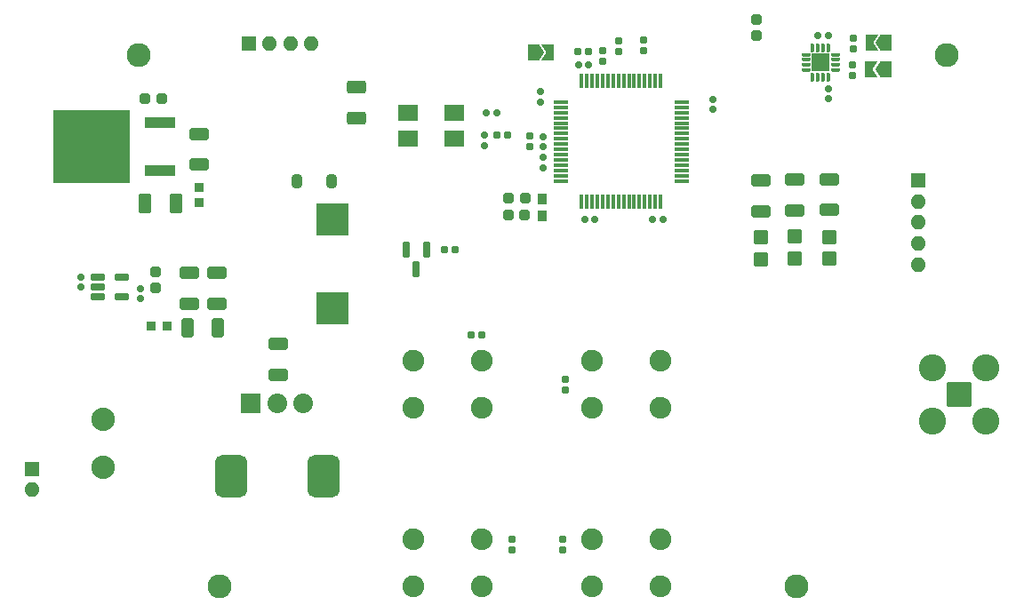
<source format=gbr>
%TF.GenerationSoftware,KiCad,Pcbnew,8.0.6*%
%TF.CreationDate,2025-03-03T18:48:19-05:00*%
%TF.ProjectId,receiver,72656365-6976-4657-922e-6b696361645f,rev?*%
%TF.SameCoordinates,Original*%
%TF.FileFunction,Soldermask,Top*%
%TF.FilePolarity,Negative*%
%FSLAX46Y46*%
G04 Gerber Fmt 4.6, Leading zero omitted, Abs format (unit mm)*
G04 Created by KiCad (PCBNEW 8.0.6) date 2025-03-03 18:48:19*
%MOMM*%
%LPD*%
G01*
G04 APERTURE LIST*
G04 Aperture macros list*
%AMRoundRect*
0 Rectangle with rounded corners*
0 $1 Rounding radius*
0 $2 $3 $4 $5 $6 $7 $8 $9 X,Y pos of 4 corners*
0 Add a 4 corners polygon primitive as box body*
4,1,4,$2,$3,$4,$5,$6,$7,$8,$9,$2,$3,0*
0 Add four circle primitives for the rounded corners*
1,1,$1+$1,$2,$3*
1,1,$1+$1,$4,$5*
1,1,$1+$1,$6,$7*
1,1,$1+$1,$8,$9*
0 Add four rect primitives between the rounded corners*
20,1,$1+$1,$2,$3,$4,$5,0*
20,1,$1+$1,$4,$5,$6,$7,0*
20,1,$1+$1,$6,$7,$8,$9,0*
20,1,$1+$1,$8,$9,$2,$3,0*%
%AMFreePoly0*
4,1,16,0.526870,0.776870,0.531618,0.771079,1.031618,0.021079,1.037262,-0.007452,1.031618,-0.021079,0.531618,-0.771079,0.507452,-0.787262,0.500000,-0.788000,-0.500000,-0.788000,-0.526870,-0.776870,-0.538000,-0.750000,-0.538000,0.750000,-0.526870,0.776870,-0.500000,0.788000,0.500000,0.788000,0.526870,0.776870,0.526870,0.776870,$1*%
%AMFreePoly1*
4,1,16,0.526870,0.776870,0.538000,0.750000,0.538000,-0.750000,0.526870,-0.776870,0.500000,-0.788000,-0.650000,-0.788000,-0.676870,-0.776870,-0.688000,-0.750000,-0.681618,-0.728921,-0.195670,0.000000,-0.681618,0.728921,-0.687262,0.757452,-0.671079,0.781618,-0.650000,0.788000,0.500000,0.788000,0.526870,0.776870,0.526870,0.776870,$1*%
G04 Aperture macros list end*
%ADD10RoundRect,0.169000X-0.531500X-0.169000X0.531500X-0.169000X0.531500X0.169000X-0.531500X0.169000X0*%
%ADD11RoundRect,0.244000X0.244000X0.269000X-0.244000X0.269000X-0.244000X-0.269000X0.244000X-0.269000X0*%
%ADD12RoundRect,0.159000X-0.159000X-0.189000X0.159000X-0.189000X0.159000X0.189000X-0.159000X0.189000X0*%
%ADD13RoundRect,0.038000X0.355600X-0.127000X0.355600X0.127000X-0.355600X0.127000X-0.355600X-0.127000X0*%
%ADD14RoundRect,0.038000X-0.127000X-0.355600X0.127000X-0.355600X0.127000X0.355600X-0.127000X0.355600X0*%
%ADD15RoundRect,0.038000X-0.838200X-0.838200X0.838200X-0.838200X0.838200X0.838200X-0.838200X0.838200X0*%
%ADD16RoundRect,0.038000X-0.400000X-0.400000X0.400000X-0.400000X0.400000X0.400000X-0.400000X0.400000X0*%
%ADD17RoundRect,0.159000X-0.189000X0.159000X-0.189000X-0.159000X0.189000X-0.159000X0.189000X0.159000X0*%
%ADD18C,2.276000*%
%ADD19FreePoly0,0.000000*%
%ADD20FreePoly1,0.000000*%
%ADD21RoundRect,0.038000X1.500000X-1.500000X1.500000X1.500000X-1.500000X1.500000X-1.500000X-1.500000X0*%
%ADD22RoundRect,0.154000X-0.154000X-0.204000X0.154000X-0.204000X0.154000X0.204000X-0.154000X0.204000X0*%
%ADD23RoundRect,0.038000X-0.675000X-0.675000X0.675000X-0.675000X0.675000X0.675000X-0.675000X0.675000X0*%
%ADD24O,1.426000X1.426000*%
%ADD25RoundRect,0.159000X0.159000X0.189000X-0.159000X0.189000X-0.159000X-0.189000X0.159000X-0.189000X0*%
%ADD26RoundRect,0.038000X0.600000X-0.600000X0.600000X0.600000X-0.600000X0.600000X-0.600000X-0.600000X0*%
%ADD27RoundRect,0.154000X0.204000X-0.154000X0.204000X0.154000X-0.204000X0.154000X-0.204000X-0.154000X0*%
%ADD28RoundRect,0.266889X-0.646111X0.333611X-0.646111X-0.333611X0.646111X-0.333611X0.646111X0.333611X0*%
%ADD29RoundRect,0.159000X0.189000X-0.159000X0.189000X0.159000X-0.189000X0.159000X-0.189000X-0.159000X0*%
%ADD30RoundRect,0.266889X0.646111X-0.333611X0.646111X0.333611X-0.646111X0.333611X-0.646111X-0.333611X0*%
%ADD31RoundRect,0.154000X-0.204000X0.154000X-0.204000X-0.154000X0.204000X-0.154000X0.204000X0.154000X0*%
%ADD32RoundRect,0.266889X0.333611X0.646111X-0.333611X0.646111X-0.333611X-0.646111X0.333611X-0.646111X0*%
%ADD33RoundRect,0.038000X0.675000X-0.675000X0.675000X0.675000X-0.675000X0.675000X-0.675000X-0.675000X0*%
%ADD34RoundRect,0.038000X0.400000X-0.400000X0.400000X0.400000X-0.400000X0.400000X-0.400000X-0.400000X0*%
%ADD35FreePoly0,180.000000*%
%ADD36FreePoly1,180.000000*%
%ADD37RoundRect,0.266521X-0.346479X-0.671479X0.346479X-0.671479X0.346479X0.671479X-0.346479X0.671479X0*%
%ADD38RoundRect,0.244000X-0.244000X-0.394000X0.244000X-0.394000X0.244000X0.394000X-0.244000X0.394000X0*%
%ADD39RoundRect,0.169000X-0.169000X0.606500X-0.169000X-0.606500X0.169000X-0.606500X0.169000X0.606500X0*%
%ADD40RoundRect,0.038000X-0.596900X-0.152400X0.596900X-0.152400X0.596900X0.152400X-0.596900X0.152400X0*%
%ADD41RoundRect,0.038000X0.152400X-0.596900X0.152400X0.596900X-0.152400X0.596900X-0.152400X-0.596900X0*%
%ADD42RoundRect,0.244000X-0.269000X0.244000X-0.269000X-0.244000X0.269000X-0.244000X0.269000X0.244000X0*%
%ADD43RoundRect,0.154000X0.154000X0.204000X-0.154000X0.204000X-0.154000X-0.204000X0.154000X-0.204000X0*%
%ADD44RoundRect,0.206712X-0.981288X0.981288X-0.981288X-0.981288X0.981288X-0.981288X0.981288X0.981288X0*%
%ADD45C,2.576000*%
%ADD46RoundRect,0.266521X-0.671479X0.346479X-0.671479X-0.346479X0.671479X-0.346479X0.671479X0.346479X0*%
%ADD47RoundRect,0.038000X0.400000X-0.500000X0.400000X0.500000X-0.400000X0.500000X-0.400000X-0.500000X0*%
%ADD48RoundRect,0.038000X-0.900000X0.700000X-0.900000X-0.700000X0.900000X-0.700000X0.900000X0.700000X0*%
%ADD49RoundRect,0.038000X1.397000X-0.469900X1.397000X0.469900X-1.397000X0.469900X-1.397000X-0.469900X0*%
%ADD50RoundRect,0.038000X3.619500X-3.416300X3.619500X3.416300X-3.619500X3.416300X-3.619500X-3.416300X0*%
%ADD51RoundRect,0.038000X-0.900000X0.900000X-0.900000X-0.900000X0.900000X-0.900000X0.900000X0.900000X0*%
%ADD52C,1.876000*%
%ADD53RoundRect,0.769000X-0.769000X1.269000X-0.769000X-1.269000X0.769000X-1.269000X0.769000X1.269000X0*%
%ADD54C,2.076000*%
%ADD55C,2.235000*%
G04 APERTURE END LIST*
D10*
%TO.C,U3*%
X108314821Y-98813395D03*
X108314821Y-99763395D03*
X108314821Y-100713395D03*
X110589821Y-100713395D03*
X110589821Y-98813395D03*
%TD*%
D11*
%TO.C,STM_C9*%
X148955222Y-92914887D03*
X147405222Y-92914887D03*
%TD*%
D12*
%TO.C,CSTL_C1*%
X145317302Y-83159773D03*
X146277302Y-83159773D03*
%TD*%
D13*
%TO.C,U4*%
X175719419Y-77623457D03*
X175719419Y-78123458D03*
X175719419Y-78623458D03*
X175719419Y-79123459D03*
D14*
X176366418Y-79770458D03*
X176866419Y-79770458D03*
X177366419Y-79770458D03*
X177866420Y-79770458D03*
D13*
X178513419Y-79123459D03*
X178513419Y-78623458D03*
X178513419Y-78123458D03*
X178513419Y-77623457D03*
D14*
X177866420Y-76976458D03*
X177366419Y-76976458D03*
X176866419Y-76976458D03*
X176366418Y-76976458D03*
D15*
X177116419Y-78373458D03*
%TD*%
D16*
%TO.C,PWR_D2*%
X113353128Y-103519171D03*
X114853128Y-103519171D03*
%TD*%
D17*
%TO.C,PWR_C4*%
X106681187Y-98820277D03*
X106681187Y-99780277D03*
%TD*%
D18*
%TO.C,REF\u002A\u002A*%
X119893173Y-128304555D03*
%TD*%
D19*
%TO.C,JP1*%
X149772192Y-77371319D03*
D20*
X151222192Y-77371319D03*
%TD*%
D21*
%TO.C,BZ1*%
X130649833Y-101763250D03*
X130649833Y-93363250D03*
%TD*%
D22*
%TO.C,BUT_R1*%
X143846547Y-104296696D03*
X144866547Y-104296696D03*
%TD*%
D17*
%TO.C,MLX_C1*%
X177869013Y-80844887D03*
X177869013Y-81804887D03*
%TD*%
D23*
%TO.C,PWR_J1*%
X101999565Y-117092575D03*
D24*
X101999565Y-119092575D03*
%TD*%
D25*
%TO.C,STM_C3*%
X155600749Y-93325498D03*
X154640749Y-93325498D03*
%TD*%
D26*
%TO.C,D3*%
X177972188Y-97094202D03*
X177972188Y-94994202D03*
%TD*%
D25*
%TO.C,STM_C4*%
X162102231Y-93343763D03*
X161142231Y-93343763D03*
%TD*%
D12*
%TO.C,STM_C1*%
X154049054Y-78594732D03*
X155009054Y-78594732D03*
%TD*%
D27*
%TO.C,S_R1*%
X149419988Y-86415667D03*
X149419988Y-85395667D03*
%TD*%
D11*
%TO.C,STM_C8*%
X148964259Y-91320267D03*
X147414259Y-91320267D03*
%TD*%
D28*
%TO.C,LED_R1*%
X171444382Y-89602577D03*
X171444382Y-92527577D03*
%TD*%
D29*
%TO.C,PWR_C5*%
X112305458Y-100875165D03*
X112305458Y-99915165D03*
%TD*%
D28*
%TO.C,PWR_R1*%
X117907483Y-85186988D03*
X117907483Y-88111988D03*
%TD*%
D30*
%TO.C,BUZ_R1*%
X125456681Y-108147091D03*
X125456681Y-105222091D03*
%TD*%
D22*
%TO.C,S_R4*%
X146282778Y-85264942D03*
X147302778Y-85264942D03*
%TD*%
D18*
%TO.C,REF\u002A\u002A*%
X174801556Y-128304555D03*
%TD*%
D17*
%TO.C,S_C10*%
X150667053Y-85425431D03*
X150667053Y-86385431D03*
%TD*%
D31*
%TO.C,I2C_R2*%
X160300519Y-76238048D03*
X160300519Y-77258048D03*
%TD*%
D32*
%TO.C,PWR_R4*%
X119727314Y-103633713D03*
X116802314Y-103633713D03*
%TD*%
D31*
%TO.C,STM_R2*%
X156380150Y-77268722D03*
X156380150Y-78288722D03*
%TD*%
D33*
%TO.C,J3*%
X122631959Y-76597438D03*
D24*
X124631959Y-76597438D03*
X126631959Y-76597438D03*
X128631959Y-76597438D03*
%TD*%
D27*
%TO.C,BUT_R4*%
X152560448Y-124807293D03*
X152560448Y-123787293D03*
%TD*%
D29*
%TO.C,S_C7*%
X150669133Y-88387129D03*
X150669133Y-87427129D03*
%TD*%
D34*
%TO.C,PWR_D1*%
X117911156Y-91756319D03*
X117911156Y-90256319D03*
%TD*%
D35*
%TO.C,MLX_A0*%
X183353945Y-76507302D03*
D36*
X181903945Y-76507302D03*
%TD*%
D28*
%TO.C,LED_R2*%
X174689472Y-89515365D03*
X174689472Y-92440365D03*
%TD*%
%TO.C,PWR_R3*%
X119582044Y-98429514D03*
X119582044Y-101354514D03*
%TD*%
%TO.C,PWR_R2*%
X117004854Y-98429514D03*
X117004854Y-101354514D03*
%TD*%
D26*
%TO.C,D2*%
X174686024Y-97071779D03*
X174686024Y-94971779D03*
%TD*%
D28*
%TO.C,LED_R3*%
X177954400Y-89508603D03*
X177954400Y-92433603D03*
%TD*%
D31*
%TO.C,I2C_R1*%
X157918528Y-76270201D03*
X157918528Y-77290201D03*
%TD*%
D27*
%TO.C,BUT_R3*%
X152800916Y-109605109D03*
X152800916Y-108585109D03*
%TD*%
D18*
%TO.C,REF\u002A\u002A*%
X189107658Y-77640082D03*
%TD*%
D37*
%TO.C,PWR_C1*%
X112760277Y-91797018D03*
X115710277Y-91797018D03*
%TD*%
D38*
%TO.C,BUZ_D1*%
X127237611Y-89681145D03*
X130537611Y-89681145D03*
%TD*%
D29*
%TO.C,S_C2*%
X150483023Y-82114002D03*
X150483023Y-81154002D03*
%TD*%
D39*
%TO.C,Q1*%
X138611808Y-98070991D03*
X139561808Y-96195991D03*
X137661808Y-96195991D03*
%TD*%
D35*
%TO.C,MLX_A1*%
X183336005Y-79047302D03*
D36*
X181886005Y-79047302D03*
%TD*%
D23*
%TO.C,J2*%
X186415391Y-89603771D03*
D24*
X186415391Y-91603771D03*
X186415391Y-93603771D03*
X186415391Y-95603771D03*
X186415391Y-97603771D03*
%TD*%
D27*
%TO.C,MLX_R1*%
X180226624Y-77094622D03*
X180226624Y-76074622D03*
%TD*%
D18*
%TO.C,REF\u002A\u002A*%
X112197458Y-77640082D03*
%TD*%
D40*
%TO.C,U1*%
X152366799Y-82147422D03*
X152366799Y-82647421D03*
X152366799Y-83147422D03*
X152366799Y-83647421D03*
X152366799Y-84147423D03*
X152366799Y-84647422D03*
X152366799Y-85147421D03*
X152366799Y-85647422D03*
X152366799Y-86147422D03*
X152366799Y-86647423D03*
X152366799Y-87147422D03*
X152366799Y-87647421D03*
X152366799Y-88147423D03*
X152366799Y-88647422D03*
X152366799Y-89147423D03*
X152366799Y-89647422D03*
D41*
X154366798Y-91647421D03*
X154866797Y-91647421D03*
X155366798Y-91647421D03*
X155866797Y-91647421D03*
X156366799Y-91647421D03*
X156866798Y-91647421D03*
X157366797Y-91647421D03*
X157866798Y-91647421D03*
X158366798Y-91647421D03*
X158866799Y-91647421D03*
X159366798Y-91647421D03*
X159866797Y-91647421D03*
X160366799Y-91647421D03*
X160866798Y-91647421D03*
X161366799Y-91647421D03*
X161866798Y-91647421D03*
D40*
X163866797Y-89647422D03*
X163866797Y-89147423D03*
X163866797Y-88647422D03*
X163866797Y-88147423D03*
X163866797Y-87647421D03*
X163866797Y-87147422D03*
X163866797Y-86647423D03*
X163866797Y-86147422D03*
X163866797Y-85647422D03*
X163866797Y-85147421D03*
X163866797Y-84647422D03*
X163866797Y-84147423D03*
X163866797Y-83647421D03*
X163866797Y-83147422D03*
X163866797Y-82647421D03*
X163866797Y-82147422D03*
D41*
X161866798Y-80147423D03*
X161366799Y-80147423D03*
X160866798Y-80147423D03*
X160366799Y-80147423D03*
X159866797Y-80147423D03*
X159366798Y-80147423D03*
X158866799Y-80147423D03*
X158366798Y-80147423D03*
X157866798Y-80147423D03*
X157366797Y-80147423D03*
X156866798Y-80147423D03*
X156366799Y-80147423D03*
X155866797Y-80147423D03*
X155366798Y-80147423D03*
X154866797Y-80147423D03*
X154366798Y-80147423D03*
%TD*%
D42*
%TO.C,MLX_C3*%
X171019801Y-74252401D03*
X171019801Y-75802401D03*
%TD*%
D43*
%TO.C,STM_R3*%
X155020958Y-77284395D03*
X154000958Y-77284395D03*
%TD*%
D31*
%TO.C,MLX_R2*%
X180177236Y-78582262D03*
X180177236Y-79602262D03*
%TD*%
D44*
%TO.C,J1*%
X190338188Y-109992891D03*
D45*
X192878188Y-107452891D03*
X187798188Y-107452891D03*
X192878188Y-112532891D03*
X187798188Y-112532891D03*
%TD*%
D42*
%TO.C,PWR_C3*%
X113810283Y-98334129D03*
X113810283Y-99884129D03*
%TD*%
D26*
%TO.C,D1*%
X171434291Y-97144398D03*
X171434291Y-95044398D03*
%TD*%
D11*
%TO.C,PWR_C2*%
X114349877Y-81846789D03*
X112799877Y-81846789D03*
%TD*%
D12*
%TO.C,MLX_C2*%
X176881766Y-75807249D03*
X177841766Y-75807249D03*
%TD*%
D17*
%TO.C,CSTL_C2*%
X145125495Y-85313305D03*
X145125495Y-86273305D03*
%TD*%
D46*
%TO.C,STM_C6*%
X132899705Y-80685496D03*
X132899705Y-83635496D03*
%TD*%
D17*
%TO.C,STM_C5*%
X166840406Y-81899607D03*
X166840406Y-82859607D03*
%TD*%
D47*
%TO.C,FB1*%
X150600285Y-92956192D03*
X150600285Y-91356192D03*
%TD*%
D48*
%TO.C,Y1*%
X137845136Y-83184038D03*
X137845136Y-85584038D03*
X142245136Y-85584038D03*
X142245136Y-83184038D03*
%TD*%
D43*
%TO.C,BUZ_R2*%
X142276008Y-96224213D03*
X141256008Y-96224213D03*
%TD*%
D27*
%TO.C,BUT_R2*%
X147720677Y-124807293D03*
X147720677Y-123787293D03*
%TD*%
D49*
%TO.C,U2*%
X114208585Y-88696382D03*
D50*
X107693485Y-86406381D03*
D49*
X114208585Y-84116380D03*
%TD*%
D51*
%TO.C,RV1*%
X122855079Y-110819387D03*
D52*
X125355079Y-110819387D03*
X127855079Y-110819387D03*
D53*
X129755079Y-117819387D03*
X120955079Y-117819387D03*
%TD*%
D54*
%TO.C,SW3*%
X161834957Y-106771352D03*
X155334957Y-106771352D03*
X161834957Y-111271352D03*
X155334957Y-111271352D03*
%TD*%
%TO.C,SW1*%
X144834957Y-106771352D03*
X138334957Y-106771352D03*
X144834957Y-111271352D03*
X138334957Y-111271352D03*
%TD*%
%TO.C,SW4*%
X161834957Y-123771352D03*
X155334957Y-123771352D03*
X161834957Y-128271352D03*
X155334957Y-128271352D03*
%TD*%
%TO.C,SW2*%
X144834957Y-123771352D03*
X138334957Y-123771352D03*
X144834957Y-128271352D03*
X138334957Y-128271352D03*
%TD*%
D55*
%TO.C,SW5*%
X108760540Y-112361013D03*
X108760540Y-116961014D03*
%TD*%
M02*

</source>
